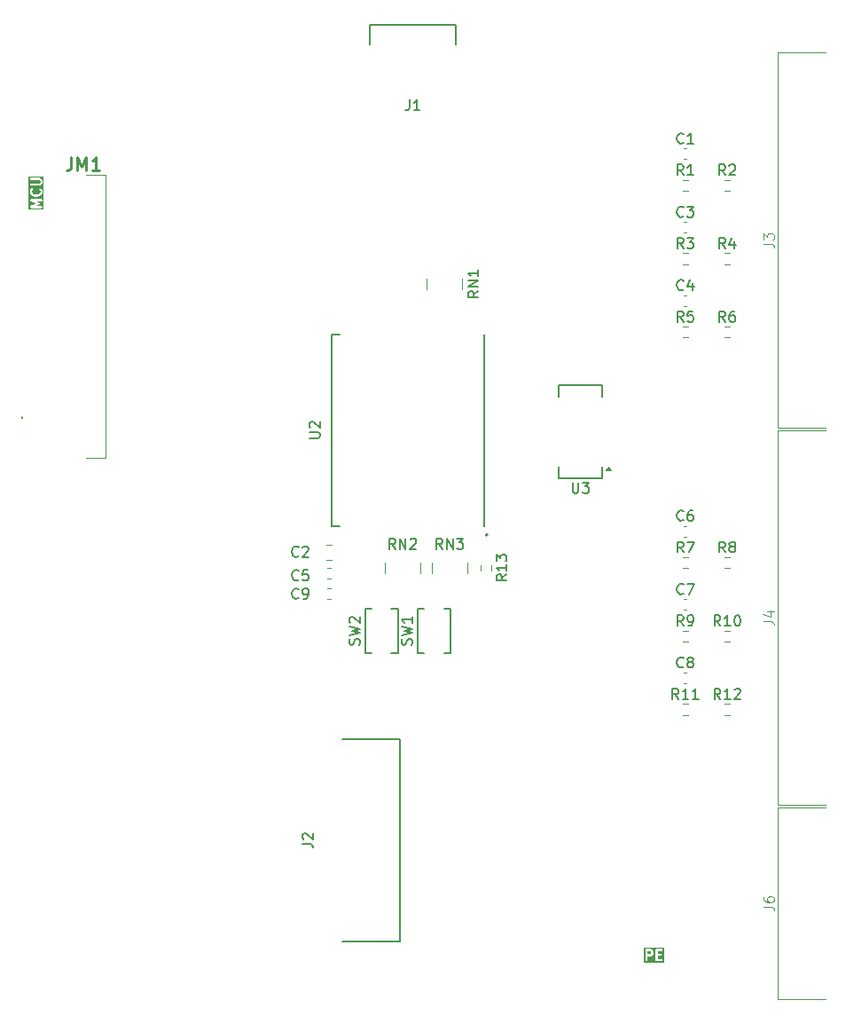
<source format=gbr>
%TF.GenerationSoftware,KiCad,Pcbnew,9.0.3*%
%TF.CreationDate,2025-08-16T08:56:31+03:00*%
%TF.ProjectId,PMCNV-Count6,504d434e-562d-4436-9f75-6e74362e6b69,rev?*%
%TF.SameCoordinates,PX3dfd240PY5f5e100*%
%TF.FileFunction,Legend,Top*%
%TF.FilePolarity,Positive*%
%FSLAX46Y46*%
G04 Gerber Fmt 4.6, Leading zero omitted, Abs format (unit mm)*
G04 Created by KiCad (PCBNEW 9.0.3) date 2025-08-16 08:56:31*
%MOMM*%
%LPD*%
G01*
G04 APERTURE LIST*
%ADD10C,0.200000*%
%ADD11C,0.100000*%
%ADD12C,0.150000*%
%ADD13C,0.254000*%
%ADD14C,0.120000*%
%ADD15C,0.152400*%
%ADD16C,0.203200*%
G04 APERTURE END LIST*
D10*
G36*
X-36251670Y30204931D02*
G01*
X-37673892Y30204931D01*
X-37673892Y31067525D01*
X-37561622Y31067525D01*
X-37560860Y31065430D01*
X-37560860Y31063199D01*
X-37554216Y31047158D01*
X-37548287Y31030856D01*
X-37546782Y31029213D01*
X-37545928Y31027151D01*
X-37533655Y31014878D01*
X-37521936Y31002081D01*
X-37519292Y31000515D01*
X-37518338Y30999561D01*
X-37516157Y30998658D01*
X-37505070Y30992090D01*
X-36984966Y30749375D01*
X-37505070Y30506660D01*
X-37516157Y30500093D01*
X-37518338Y30499189D01*
X-37519292Y30498236D01*
X-37521936Y30496669D01*
X-37533655Y30483873D01*
X-37545928Y30471599D01*
X-37546782Y30469538D01*
X-37548287Y30467894D01*
X-37554216Y30451593D01*
X-37560860Y30435551D01*
X-37560860Y30433321D01*
X-37561622Y30431225D01*
X-37560860Y30413886D01*
X-37560860Y30396533D01*
X-37560007Y30394474D01*
X-37559909Y30392245D01*
X-37552568Y30376515D01*
X-37545928Y30360485D01*
X-37544352Y30358909D01*
X-37543408Y30356887D01*
X-37530612Y30345169D01*
X-37518338Y30332895D01*
X-37516277Y30332042D01*
X-37514633Y30330536D01*
X-37498332Y30324608D01*
X-37482290Y30317963D01*
X-37479232Y30317662D01*
X-37477964Y30317201D01*
X-37475605Y30317305D01*
X-37462781Y30316042D01*
X-36462781Y30316042D01*
X-36443272Y30317963D01*
X-36407224Y30332895D01*
X-36379634Y30360485D01*
X-36364702Y30396533D01*
X-36364702Y30435551D01*
X-36379634Y30471599D01*
X-36407224Y30499189D01*
X-36443272Y30514121D01*
X-36462781Y30516042D01*
X-37012025Y30516042D01*
X-36706207Y30658757D01*
X-36699066Y30662988D01*
X-36696644Y30663868D01*
X-36694932Y30665437D01*
X-36689341Y30668748D01*
X-36679081Y30679953D01*
X-36667868Y30690220D01*
X-36665989Y30694248D01*
X-36662989Y30697523D01*
X-36657798Y30711799D01*
X-36651368Y30725577D01*
X-36651173Y30730018D01*
X-36649655Y30734192D01*
X-36650323Y30749375D01*
X-36649655Y30764558D01*
X-36651173Y30768733D01*
X-36651368Y30773173D01*
X-36657798Y30786952D01*
X-36662989Y30801227D01*
X-36665989Y30804503D01*
X-36667868Y30808530D01*
X-36679081Y30818798D01*
X-36689341Y30830002D01*
X-36694932Y30833314D01*
X-36696644Y30834882D01*
X-36699066Y30835763D01*
X-36706207Y30839993D01*
X-37012025Y30982708D01*
X-36462781Y30982708D01*
X-36443272Y30984629D01*
X-36407224Y30999561D01*
X-36379634Y31027151D01*
X-36364702Y31063199D01*
X-36364702Y31102217D01*
X-36379634Y31138265D01*
X-36407224Y31165855D01*
X-36443272Y31180787D01*
X-36462781Y31182708D01*
X-37462781Y31182708D01*
X-37475605Y31181446D01*
X-37477964Y31181549D01*
X-37479232Y31181089D01*
X-37482290Y31180787D01*
X-37498332Y31174143D01*
X-37514633Y31168214D01*
X-37516277Y31166709D01*
X-37518338Y31165855D01*
X-37530612Y31153582D01*
X-37543408Y31141863D01*
X-37544352Y31139842D01*
X-37545928Y31138265D01*
X-37552568Y31122236D01*
X-37559909Y31106505D01*
X-37560007Y31104277D01*
X-37560860Y31102217D01*
X-37560860Y31084865D01*
X-37561622Y31067525D01*
X-37673892Y31067525D01*
X-37673892Y31939851D01*
X-37562781Y31939851D01*
X-37562781Y31844613D01*
X-37561809Y31834740D01*
X-37561996Y31832106D01*
X-37561209Y31828643D01*
X-37560860Y31825104D01*
X-37559849Y31822662D01*
X-37557649Y31812990D01*
X-37510030Y31670134D01*
X-37502039Y31652233D01*
X-37499684Y31649518D01*
X-37498309Y31646199D01*
X-37485873Y31631045D01*
X-37390635Y31535807D01*
X-37382969Y31529516D01*
X-37381236Y31527518D01*
X-37378225Y31525623D01*
X-37375481Y31523371D01*
X-37373044Y31522362D01*
X-37364645Y31517075D01*
X-37269408Y31469456D01*
X-37267980Y31468910D01*
X-37267400Y31468480D01*
X-37259224Y31465559D01*
X-37251099Y31462450D01*
X-37250379Y31462399D01*
X-37248940Y31461885D01*
X-37058464Y31414266D01*
X-37055083Y31413766D01*
X-37053719Y31413201D01*
X-37046369Y31412478D01*
X-37039071Y31411398D01*
X-37037613Y31411616D01*
X-37034210Y31411280D01*
X-36891353Y31411280D01*
X-36887951Y31411616D01*
X-36886492Y31411398D01*
X-36879195Y31412478D01*
X-36871844Y31413201D01*
X-36870481Y31413766D01*
X-36867099Y31414266D01*
X-36676624Y31461885D01*
X-36675187Y31462399D01*
X-36674464Y31462450D01*
X-36666340Y31465559D01*
X-36658163Y31468480D01*
X-36657583Y31468911D01*
X-36656156Y31469456D01*
X-36560918Y31517075D01*
X-36552526Y31522358D01*
X-36550082Y31523370D01*
X-36547333Y31525627D01*
X-36544328Y31527518D01*
X-36542599Y31529513D01*
X-36534929Y31535807D01*
X-36439689Y31631045D01*
X-36427253Y31646198D01*
X-36425878Y31649518D01*
X-36423523Y31652233D01*
X-36415532Y31670133D01*
X-36367913Y31812990D01*
X-36365714Y31822663D01*
X-36364702Y31825104D01*
X-36364354Y31828642D01*
X-36363566Y31832105D01*
X-36363754Y31834740D01*
X-36362781Y31844613D01*
X-36362781Y31939851D01*
X-36363754Y31949725D01*
X-36363566Y31952359D01*
X-36364354Y31955823D01*
X-36364702Y31959360D01*
X-36365714Y31961802D01*
X-36367913Y31971474D01*
X-36415532Y32114331D01*
X-36423523Y32132231D01*
X-36425878Y32134947D01*
X-36427253Y32138266D01*
X-36439690Y32153420D01*
X-36487310Y32201038D01*
X-36502463Y32213475D01*
X-36538512Y32228406D01*
X-36577530Y32228405D01*
X-36613578Y32213474D01*
X-36641168Y32185884D01*
X-36656099Y32149835D01*
X-36656098Y32110817D01*
X-36641167Y32074769D01*
X-36628730Y32059616D01*
X-36597803Y32028690D01*
X-36562781Y31923625D01*
X-36562781Y31860840D01*
X-36597803Y31755775D01*
X-36664873Y31688705D01*
X-36735782Y31653251D01*
X-36903663Y31611280D01*
X-37021901Y31611280D01*
X-37189782Y31653251D01*
X-37260687Y31688703D01*
X-37327760Y31755776D01*
X-37362781Y31860840D01*
X-37362781Y31923624D01*
X-37327760Y32028690D01*
X-37296833Y32059616D01*
X-37284396Y32074769D01*
X-37269465Y32110818D01*
X-37269465Y32149836D01*
X-37284396Y32185884D01*
X-37311986Y32213474D01*
X-37348034Y32228405D01*
X-37387052Y32228405D01*
X-37423101Y32213474D01*
X-37438254Y32201037D01*
X-37485873Y32153419D01*
X-37498309Y32138265D01*
X-37499684Y32134947D01*
X-37502039Y32132231D01*
X-37510030Y32114330D01*
X-37557649Y31971474D01*
X-37559849Y31961803D01*
X-37560860Y31959360D01*
X-37561209Y31955822D01*
X-37561996Y31952358D01*
X-37561809Y31949725D01*
X-37562781Y31939851D01*
X-37673892Y31939851D01*
X-37673892Y33149836D01*
X-37560860Y33149836D01*
X-37560860Y33110818D01*
X-37545928Y33074770D01*
X-37518338Y33047180D01*
X-37482290Y33032248D01*
X-37462781Y33030327D01*
X-36676865Y33030327D01*
X-36617254Y33000521D01*
X-36592586Y32975854D01*
X-36562781Y32916244D01*
X-36562781Y32772982D01*
X-36592586Y32713373D01*
X-36617254Y32688706D01*
X-36676865Y32658899D01*
X-37462781Y32658899D01*
X-37482290Y32656978D01*
X-37518338Y32642046D01*
X-37545928Y32614456D01*
X-37560860Y32578408D01*
X-37560860Y32539390D01*
X-37545928Y32503342D01*
X-37518338Y32475752D01*
X-37482290Y32460820D01*
X-37462781Y32458899D01*
X-36653258Y32458899D01*
X-36633749Y32460820D01*
X-36630429Y32462196D01*
X-36626845Y32462450D01*
X-36608537Y32469456D01*
X-36513299Y32517075D01*
X-36504907Y32522359D01*
X-36502463Y32523370D01*
X-36499714Y32525627D01*
X-36496709Y32527518D01*
X-36494980Y32529513D01*
X-36487310Y32535807D01*
X-36439690Y32583425D01*
X-36433397Y32591094D01*
X-36431400Y32592825D01*
X-36429507Y32595834D01*
X-36427253Y32598579D01*
X-36426243Y32601020D01*
X-36420957Y32609416D01*
X-36373338Y32704653D01*
X-36366332Y32722962D01*
X-36366078Y32726546D01*
X-36364702Y32729866D01*
X-36362781Y32749375D01*
X-36362781Y32939851D01*
X-36364702Y32959360D01*
X-36366078Y32962681D01*
X-36366332Y32966264D01*
X-36373338Y32984573D01*
X-36420957Y33079810D01*
X-36426243Y33088207D01*
X-36427253Y33090647D01*
X-36429507Y33093393D01*
X-36431400Y33096401D01*
X-36433397Y33098133D01*
X-36439690Y33105801D01*
X-36487310Y33153419D01*
X-36494980Y33159714D01*
X-36496709Y33161708D01*
X-36499714Y33163600D01*
X-36502463Y33165856D01*
X-36504907Y33166868D01*
X-36513299Y33172151D01*
X-36608537Y33219770D01*
X-36626845Y33226776D01*
X-36630429Y33227031D01*
X-36633749Y33228406D01*
X-36653258Y33230327D01*
X-37462781Y33230327D01*
X-37482290Y33228406D01*
X-37518338Y33213474D01*
X-37545928Y33185884D01*
X-37560860Y33149836D01*
X-37673892Y33149836D01*
X-37673892Y33341438D01*
X-36251670Y33341438D01*
X-36251670Y30204931D01*
G37*
G36*
X21702668Y-40582024D02*
G01*
X21727337Y-40606692D01*
X21757142Y-40666302D01*
X21757142Y-40761945D01*
X21727337Y-40821554D01*
X21702668Y-40846222D01*
X21643059Y-40876028D01*
X21385714Y-40876028D01*
X21385714Y-40552219D01*
X21643059Y-40552219D01*
X21702668Y-40582024D01*
G37*
G36*
X22971094Y-41663330D02*
G01*
X21074603Y-41663330D01*
X21074603Y-40452219D01*
X21185714Y-40452219D01*
X21185714Y-41452219D01*
X21187635Y-41471728D01*
X21202567Y-41507776D01*
X21230157Y-41535366D01*
X21266205Y-41550298D01*
X21305223Y-41550298D01*
X21341271Y-41535366D01*
X21368861Y-41507776D01*
X21383793Y-41471728D01*
X21385714Y-41452219D01*
X21385714Y-41076028D01*
X21666666Y-41076028D01*
X21686175Y-41074107D01*
X21689495Y-41072731D01*
X21693079Y-41072477D01*
X21711387Y-41065471D01*
X21806625Y-41017852D01*
X21815021Y-41012566D01*
X21817461Y-41011556D01*
X21820207Y-41009302D01*
X21823215Y-41007409D01*
X21824944Y-41005414D01*
X21832615Y-40999120D01*
X21880233Y-40951501D01*
X21886525Y-40943834D01*
X21888523Y-40942102D01*
X21890416Y-40939093D01*
X21892670Y-40936348D01*
X21893680Y-40933907D01*
X21898966Y-40925511D01*
X21946585Y-40830274D01*
X21953591Y-40811965D01*
X21953845Y-40808381D01*
X21955221Y-40805061D01*
X21957142Y-40785552D01*
X21957142Y-40642695D01*
X21955221Y-40623186D01*
X21953845Y-40619865D01*
X21953591Y-40616282D01*
X21946585Y-40597973D01*
X21898966Y-40502736D01*
X21893680Y-40494339D01*
X21892670Y-40491899D01*
X21890416Y-40489153D01*
X21888523Y-40486145D01*
X21886525Y-40484412D01*
X21880233Y-40476746D01*
X21855707Y-40452219D01*
X22185714Y-40452219D01*
X22185714Y-41452219D01*
X22187635Y-41471728D01*
X22202567Y-41507776D01*
X22230157Y-41535366D01*
X22266205Y-41550298D01*
X22285714Y-41552219D01*
X22761904Y-41552219D01*
X22781413Y-41550298D01*
X22817461Y-41535366D01*
X22845051Y-41507776D01*
X22859983Y-41471728D01*
X22859983Y-41432710D01*
X22845051Y-41396662D01*
X22817461Y-41369072D01*
X22781413Y-41354140D01*
X22761904Y-41352219D01*
X22385714Y-41352219D01*
X22385714Y-41028409D01*
X22619047Y-41028409D01*
X22638556Y-41026488D01*
X22674604Y-41011556D01*
X22702194Y-40983966D01*
X22717126Y-40947918D01*
X22717126Y-40908900D01*
X22702194Y-40872852D01*
X22674604Y-40845262D01*
X22638556Y-40830330D01*
X22619047Y-40828409D01*
X22385714Y-40828409D01*
X22385714Y-40552219D01*
X22761904Y-40552219D01*
X22781413Y-40550298D01*
X22817461Y-40535366D01*
X22845051Y-40507776D01*
X22859983Y-40471728D01*
X22859983Y-40432710D01*
X22845051Y-40396662D01*
X22817461Y-40369072D01*
X22781413Y-40354140D01*
X22761904Y-40352219D01*
X22285714Y-40352219D01*
X22266205Y-40354140D01*
X22230157Y-40369072D01*
X22202567Y-40396662D01*
X22187635Y-40432710D01*
X22185714Y-40452219D01*
X21855707Y-40452219D01*
X21832615Y-40429127D01*
X21824944Y-40422832D01*
X21823215Y-40420838D01*
X21820207Y-40418944D01*
X21817461Y-40416691D01*
X21815021Y-40415680D01*
X21806625Y-40410395D01*
X21711387Y-40362776D01*
X21693079Y-40355770D01*
X21689495Y-40355515D01*
X21686175Y-40354140D01*
X21666666Y-40352219D01*
X21285714Y-40352219D01*
X21266205Y-40354140D01*
X21230157Y-40369072D01*
X21202567Y-40396662D01*
X21187635Y-40432710D01*
X21185714Y-40452219D01*
X21074603Y-40452219D01*
X21074603Y-40241108D01*
X22971094Y-40241108D01*
X22971094Y-41663330D01*
G37*
D11*
X32457419Y-36333333D02*
X33171704Y-36333333D01*
X33171704Y-36333333D02*
X33314561Y-36380952D01*
X33314561Y-36380952D02*
X33409800Y-36476190D01*
X33409800Y-36476190D02*
X33457419Y-36619047D01*
X33457419Y-36619047D02*
X33457419Y-36714285D01*
X32457419Y-35428571D02*
X32457419Y-35619047D01*
X32457419Y-35619047D02*
X32505038Y-35714285D01*
X32505038Y-35714285D02*
X32552657Y-35761904D01*
X32552657Y-35761904D02*
X32695514Y-35857142D01*
X32695514Y-35857142D02*
X32885990Y-35904761D01*
X32885990Y-35904761D02*
X33266942Y-35904761D01*
X33266942Y-35904761D02*
X33362180Y-35857142D01*
X33362180Y-35857142D02*
X33409800Y-35809523D01*
X33409800Y-35809523D02*
X33457419Y-35714285D01*
X33457419Y-35714285D02*
X33457419Y-35523809D01*
X33457419Y-35523809D02*
X33409800Y-35428571D01*
X33409800Y-35428571D02*
X33362180Y-35380952D01*
X33362180Y-35380952D02*
X33266942Y-35333333D01*
X33266942Y-35333333D02*
X33028847Y-35333333D01*
X33028847Y-35333333D02*
X32933609Y-35380952D01*
X32933609Y-35380952D02*
X32885990Y-35428571D01*
X32885990Y-35428571D02*
X32838371Y-35523809D01*
X32838371Y-35523809D02*
X32838371Y-35714285D01*
X32838371Y-35714285D02*
X32885990Y-35809523D01*
X32885990Y-35809523D02*
X32933609Y-35857142D01*
X32933609Y-35857142D02*
X33028847Y-35904761D01*
D12*
X5254819Y22409524D02*
X4778628Y22076191D01*
X5254819Y21838096D02*
X4254819Y21838096D01*
X4254819Y21838096D02*
X4254819Y22219048D01*
X4254819Y22219048D02*
X4302438Y22314286D01*
X4302438Y22314286D02*
X4350057Y22361905D01*
X4350057Y22361905D02*
X4445295Y22409524D01*
X4445295Y22409524D02*
X4588152Y22409524D01*
X4588152Y22409524D02*
X4683390Y22361905D01*
X4683390Y22361905D02*
X4731009Y22314286D01*
X4731009Y22314286D02*
X4778628Y22219048D01*
X4778628Y22219048D02*
X4778628Y21838096D01*
X5254819Y22838096D02*
X4254819Y22838096D01*
X4254819Y22838096D02*
X5254819Y23409524D01*
X5254819Y23409524D02*
X4254819Y23409524D01*
X5254819Y24409524D02*
X5254819Y23838096D01*
X5254819Y24123810D02*
X4254819Y24123810D01*
X4254819Y24123810D02*
X4397676Y24028572D01*
X4397676Y24028572D02*
X4492914Y23933334D01*
X4492914Y23933334D02*
X4540533Y23838096D01*
X24357142Y-16524819D02*
X24023809Y-16048628D01*
X23785714Y-16524819D02*
X23785714Y-15524819D01*
X23785714Y-15524819D02*
X24166666Y-15524819D01*
X24166666Y-15524819D02*
X24261904Y-15572438D01*
X24261904Y-15572438D02*
X24309523Y-15620057D01*
X24309523Y-15620057D02*
X24357142Y-15715295D01*
X24357142Y-15715295D02*
X24357142Y-15858152D01*
X24357142Y-15858152D02*
X24309523Y-15953390D01*
X24309523Y-15953390D02*
X24261904Y-16001009D01*
X24261904Y-16001009D02*
X24166666Y-16048628D01*
X24166666Y-16048628D02*
X23785714Y-16048628D01*
X25309523Y-16524819D02*
X24738095Y-16524819D01*
X25023809Y-16524819D02*
X25023809Y-15524819D01*
X25023809Y-15524819D02*
X24928571Y-15667676D01*
X24928571Y-15667676D02*
X24833333Y-15762914D01*
X24833333Y-15762914D02*
X24738095Y-15810533D01*
X26261904Y-16524819D02*
X25690476Y-16524819D01*
X25976190Y-16524819D02*
X25976190Y-15524819D01*
X25976190Y-15524819D02*
X25880952Y-15667676D01*
X25880952Y-15667676D02*
X25785714Y-15762914D01*
X25785714Y-15762914D02*
X25690476Y-15810533D01*
X7954819Y-4642857D02*
X7478628Y-4976190D01*
X7954819Y-5214285D02*
X6954819Y-5214285D01*
X6954819Y-5214285D02*
X6954819Y-4833333D01*
X6954819Y-4833333D02*
X7002438Y-4738095D01*
X7002438Y-4738095D02*
X7050057Y-4690476D01*
X7050057Y-4690476D02*
X7145295Y-4642857D01*
X7145295Y-4642857D02*
X7288152Y-4642857D01*
X7288152Y-4642857D02*
X7383390Y-4690476D01*
X7383390Y-4690476D02*
X7431009Y-4738095D01*
X7431009Y-4738095D02*
X7478628Y-4833333D01*
X7478628Y-4833333D02*
X7478628Y-5214285D01*
X7954819Y-3690476D02*
X7954819Y-4261904D01*
X7954819Y-3976190D02*
X6954819Y-3976190D01*
X6954819Y-3976190D02*
X7097676Y-4071428D01*
X7097676Y-4071428D02*
X7192914Y-4166666D01*
X7192914Y-4166666D02*
X7240533Y-4261904D01*
X6954819Y-3357142D02*
X6954819Y-2738095D01*
X6954819Y-2738095D02*
X7335771Y-3071428D01*
X7335771Y-3071428D02*
X7335771Y-2928571D01*
X7335771Y-2928571D02*
X7383390Y-2833333D01*
X7383390Y-2833333D02*
X7431009Y-2785714D01*
X7431009Y-2785714D02*
X7526247Y-2738095D01*
X7526247Y-2738095D02*
X7764342Y-2738095D01*
X7764342Y-2738095D02*
X7859580Y-2785714D01*
X7859580Y-2785714D02*
X7907200Y-2833333D01*
X7907200Y-2833333D02*
X7954819Y-2928571D01*
X7954819Y-2928571D02*
X7954819Y-3214285D01*
X7954819Y-3214285D02*
X7907200Y-3309523D01*
X7907200Y-3309523D02*
X7859580Y-3357142D01*
X-11916667Y-2859580D02*
X-11964286Y-2907200D01*
X-11964286Y-2907200D02*
X-12107143Y-2954819D01*
X-12107143Y-2954819D02*
X-12202381Y-2954819D01*
X-12202381Y-2954819D02*
X-12345238Y-2907200D01*
X-12345238Y-2907200D02*
X-12440476Y-2811961D01*
X-12440476Y-2811961D02*
X-12488095Y-2716723D01*
X-12488095Y-2716723D02*
X-12535714Y-2526247D01*
X-12535714Y-2526247D02*
X-12535714Y-2383390D01*
X-12535714Y-2383390D02*
X-12488095Y-2192914D01*
X-12488095Y-2192914D02*
X-12440476Y-2097676D01*
X-12440476Y-2097676D02*
X-12345238Y-2002438D01*
X-12345238Y-2002438D02*
X-12202381Y-1954819D01*
X-12202381Y-1954819D02*
X-12107143Y-1954819D01*
X-12107143Y-1954819D02*
X-11964286Y-2002438D01*
X-11964286Y-2002438D02*
X-11916667Y-2050057D01*
X-11535714Y-2050057D02*
X-11488095Y-2002438D01*
X-11488095Y-2002438D02*
X-11392857Y-1954819D01*
X-11392857Y-1954819D02*
X-11154762Y-1954819D01*
X-11154762Y-1954819D02*
X-11059524Y-2002438D01*
X-11059524Y-2002438D02*
X-11011905Y-2050057D01*
X-11011905Y-2050057D02*
X-10964286Y-2145295D01*
X-10964286Y-2145295D02*
X-10964286Y-2240533D01*
X-10964286Y-2240533D02*
X-11011905Y-2383390D01*
X-11011905Y-2383390D02*
X-11583333Y-2954819D01*
X-11583333Y-2954819D02*
X-10964286Y-2954819D01*
X-11916667Y-5109580D02*
X-11964286Y-5157200D01*
X-11964286Y-5157200D02*
X-12107143Y-5204819D01*
X-12107143Y-5204819D02*
X-12202381Y-5204819D01*
X-12202381Y-5204819D02*
X-12345238Y-5157200D01*
X-12345238Y-5157200D02*
X-12440476Y-5061961D01*
X-12440476Y-5061961D02*
X-12488095Y-4966723D01*
X-12488095Y-4966723D02*
X-12535714Y-4776247D01*
X-12535714Y-4776247D02*
X-12535714Y-4633390D01*
X-12535714Y-4633390D02*
X-12488095Y-4442914D01*
X-12488095Y-4442914D02*
X-12440476Y-4347676D01*
X-12440476Y-4347676D02*
X-12345238Y-4252438D01*
X-12345238Y-4252438D02*
X-12202381Y-4204819D01*
X-12202381Y-4204819D02*
X-12107143Y-4204819D01*
X-12107143Y-4204819D02*
X-11964286Y-4252438D01*
X-11964286Y-4252438D02*
X-11916667Y-4300057D01*
X-11011905Y-4204819D02*
X-11488095Y-4204819D01*
X-11488095Y-4204819D02*
X-11535714Y-4681009D01*
X-11535714Y-4681009D02*
X-11488095Y-4633390D01*
X-11488095Y-4633390D02*
X-11392857Y-4585771D01*
X-11392857Y-4585771D02*
X-11154762Y-4585771D01*
X-11154762Y-4585771D02*
X-11059524Y-4633390D01*
X-11059524Y-4633390D02*
X-11011905Y-4681009D01*
X-11011905Y-4681009D02*
X-10964286Y-4776247D01*
X-10964286Y-4776247D02*
X-10964286Y-5014342D01*
X-10964286Y-5014342D02*
X-11011905Y-5109580D01*
X-11011905Y-5109580D02*
X-11059524Y-5157200D01*
X-11059524Y-5157200D02*
X-11154762Y-5204819D01*
X-11154762Y-5204819D02*
X-11392857Y-5204819D01*
X-11392857Y-5204819D02*
X-11488095Y-5157200D01*
X-11488095Y-5157200D02*
X-11535714Y-5109580D01*
X-11545181Y-30333333D02*
X-10830896Y-30333333D01*
X-10830896Y-30333333D02*
X-10688039Y-30380952D01*
X-10688039Y-30380952D02*
X-10592800Y-30476190D01*
X-10592800Y-30476190D02*
X-10545181Y-30619047D01*
X-10545181Y-30619047D02*
X-10545181Y-30714285D01*
X-11449943Y-29904761D02*
X-11497562Y-29857142D01*
X-11497562Y-29857142D02*
X-11545181Y-29761904D01*
X-11545181Y-29761904D02*
X-11545181Y-29523809D01*
X-11545181Y-29523809D02*
X-11497562Y-29428571D01*
X-11497562Y-29428571D02*
X-11449943Y-29380952D01*
X-11449943Y-29380952D02*
X-11354705Y-29333333D01*
X-11354705Y-29333333D02*
X-11259467Y-29333333D01*
X-11259467Y-29333333D02*
X-11116610Y-29380952D01*
X-11116610Y-29380952D02*
X-10545181Y-29952380D01*
X-10545181Y-29952380D02*
X-10545181Y-29333333D01*
X24833333Y-9524819D02*
X24500000Y-9048628D01*
X24261905Y-9524819D02*
X24261905Y-8524819D01*
X24261905Y-8524819D02*
X24642857Y-8524819D01*
X24642857Y-8524819D02*
X24738095Y-8572438D01*
X24738095Y-8572438D02*
X24785714Y-8620057D01*
X24785714Y-8620057D02*
X24833333Y-8715295D01*
X24833333Y-8715295D02*
X24833333Y-8858152D01*
X24833333Y-8858152D02*
X24785714Y-8953390D01*
X24785714Y-8953390D02*
X24738095Y-9001009D01*
X24738095Y-9001009D02*
X24642857Y-9048628D01*
X24642857Y-9048628D02*
X24261905Y-9048628D01*
X25309524Y-9524819D02*
X25500000Y-9524819D01*
X25500000Y-9524819D02*
X25595238Y-9477200D01*
X25595238Y-9477200D02*
X25642857Y-9429580D01*
X25642857Y-9429580D02*
X25738095Y-9286723D01*
X25738095Y-9286723D02*
X25785714Y-9096247D01*
X25785714Y-9096247D02*
X25785714Y-8715295D01*
X25785714Y-8715295D02*
X25738095Y-8620057D01*
X25738095Y-8620057D02*
X25690476Y-8572438D01*
X25690476Y-8572438D02*
X25595238Y-8524819D01*
X25595238Y-8524819D02*
X25404762Y-8524819D01*
X25404762Y-8524819D02*
X25309524Y-8572438D01*
X25309524Y-8572438D02*
X25261905Y-8620057D01*
X25261905Y-8620057D02*
X25214286Y-8715295D01*
X25214286Y-8715295D02*
X25214286Y-8953390D01*
X25214286Y-8953390D02*
X25261905Y-9048628D01*
X25261905Y-9048628D02*
X25309524Y-9096247D01*
X25309524Y-9096247D02*
X25404762Y-9143866D01*
X25404762Y-9143866D02*
X25595238Y-9143866D01*
X25595238Y-9143866D02*
X25690476Y-9096247D01*
X25690476Y-9096247D02*
X25738095Y-9048628D01*
X25738095Y-9048628D02*
X25785714Y-8953390D01*
X-1132800Y-11333332D02*
X-1085181Y-11190475D01*
X-1085181Y-11190475D02*
X-1085181Y-10952380D01*
X-1085181Y-10952380D02*
X-1132800Y-10857142D01*
X-1132800Y-10857142D02*
X-1180420Y-10809523D01*
X-1180420Y-10809523D02*
X-1275658Y-10761904D01*
X-1275658Y-10761904D02*
X-1370896Y-10761904D01*
X-1370896Y-10761904D02*
X-1466134Y-10809523D01*
X-1466134Y-10809523D02*
X-1513753Y-10857142D01*
X-1513753Y-10857142D02*
X-1561372Y-10952380D01*
X-1561372Y-10952380D02*
X-1608991Y-11142856D01*
X-1608991Y-11142856D02*
X-1656610Y-11238094D01*
X-1656610Y-11238094D02*
X-1704229Y-11285713D01*
X-1704229Y-11285713D02*
X-1799467Y-11333332D01*
X-1799467Y-11333332D02*
X-1894705Y-11333332D01*
X-1894705Y-11333332D02*
X-1989943Y-11285713D01*
X-1989943Y-11285713D02*
X-2037562Y-11238094D01*
X-2037562Y-11238094D02*
X-2085181Y-11142856D01*
X-2085181Y-11142856D02*
X-2085181Y-10904761D01*
X-2085181Y-10904761D02*
X-2037562Y-10761904D01*
X-2085181Y-10428570D02*
X-1085181Y-10190475D01*
X-1085181Y-10190475D02*
X-1799467Y-9999999D01*
X-1799467Y-9999999D02*
X-1085181Y-9809523D01*
X-1085181Y-9809523D02*
X-2085181Y-9571428D01*
X-1085181Y-8666666D02*
X-1085181Y-9238094D01*
X-1085181Y-8952380D02*
X-2085181Y-8952380D01*
X-2085181Y-8952380D02*
X-1942324Y-9047618D01*
X-1942324Y-9047618D02*
X-1847086Y-9142856D01*
X-1847086Y-9142856D02*
X-1799467Y-9238094D01*
X1809523Y-2204819D02*
X1476190Y-1728628D01*
X1238095Y-2204819D02*
X1238095Y-1204819D01*
X1238095Y-1204819D02*
X1619047Y-1204819D01*
X1619047Y-1204819D02*
X1714285Y-1252438D01*
X1714285Y-1252438D02*
X1761904Y-1300057D01*
X1761904Y-1300057D02*
X1809523Y-1395295D01*
X1809523Y-1395295D02*
X1809523Y-1538152D01*
X1809523Y-1538152D02*
X1761904Y-1633390D01*
X1761904Y-1633390D02*
X1714285Y-1681009D01*
X1714285Y-1681009D02*
X1619047Y-1728628D01*
X1619047Y-1728628D02*
X1238095Y-1728628D01*
X2238095Y-2204819D02*
X2238095Y-1204819D01*
X2238095Y-1204819D02*
X2809523Y-2204819D01*
X2809523Y-2204819D02*
X2809523Y-1204819D01*
X3190476Y-1204819D02*
X3809523Y-1204819D01*
X3809523Y-1204819D02*
X3476190Y-1585771D01*
X3476190Y-1585771D02*
X3619047Y-1585771D01*
X3619047Y-1585771D02*
X3714285Y-1633390D01*
X3714285Y-1633390D02*
X3761904Y-1681009D01*
X3761904Y-1681009D02*
X3809523Y-1776247D01*
X3809523Y-1776247D02*
X3809523Y-2014342D01*
X3809523Y-2014342D02*
X3761904Y-2109580D01*
X3761904Y-2109580D02*
X3714285Y-2157200D01*
X3714285Y-2157200D02*
X3619047Y-2204819D01*
X3619047Y-2204819D02*
X3333333Y-2204819D01*
X3333333Y-2204819D02*
X3238095Y-2157200D01*
X3238095Y-2157200D02*
X3190476Y-2109580D01*
X28833333Y33475181D02*
X28500000Y33951372D01*
X28261905Y33475181D02*
X28261905Y34475181D01*
X28261905Y34475181D02*
X28642857Y34475181D01*
X28642857Y34475181D02*
X28738095Y34427562D01*
X28738095Y34427562D02*
X28785714Y34379943D01*
X28785714Y34379943D02*
X28833333Y34284705D01*
X28833333Y34284705D02*
X28833333Y34141848D01*
X28833333Y34141848D02*
X28785714Y34046610D01*
X28785714Y34046610D02*
X28738095Y33998991D01*
X28738095Y33998991D02*
X28642857Y33951372D01*
X28642857Y33951372D02*
X28261905Y33951372D01*
X29214286Y34379943D02*
X29261905Y34427562D01*
X29261905Y34427562D02*
X29357143Y34475181D01*
X29357143Y34475181D02*
X29595238Y34475181D01*
X29595238Y34475181D02*
X29690476Y34427562D01*
X29690476Y34427562D02*
X29738095Y34379943D01*
X29738095Y34379943D02*
X29785714Y34284705D01*
X29785714Y34284705D02*
X29785714Y34189467D01*
X29785714Y34189467D02*
X29738095Y34046610D01*
X29738095Y34046610D02*
X29166667Y33475181D01*
X29166667Y33475181D02*
X29785714Y33475181D01*
X24833333Y33475181D02*
X24500000Y33951372D01*
X24261905Y33475181D02*
X24261905Y34475181D01*
X24261905Y34475181D02*
X24642857Y34475181D01*
X24642857Y34475181D02*
X24738095Y34427562D01*
X24738095Y34427562D02*
X24785714Y34379943D01*
X24785714Y34379943D02*
X24833333Y34284705D01*
X24833333Y34284705D02*
X24833333Y34141848D01*
X24833333Y34141848D02*
X24785714Y34046610D01*
X24785714Y34046610D02*
X24738095Y33998991D01*
X24738095Y33998991D02*
X24642857Y33951372D01*
X24642857Y33951372D02*
X24261905Y33951372D01*
X25785714Y33475181D02*
X25214286Y33475181D01*
X25500000Y33475181D02*
X25500000Y34475181D01*
X25500000Y34475181D02*
X25404762Y34332324D01*
X25404762Y34332324D02*
X25309524Y34237086D01*
X25309524Y34237086D02*
X25214286Y34189467D01*
X-6132800Y-11333332D02*
X-6085181Y-11190475D01*
X-6085181Y-11190475D02*
X-6085181Y-10952380D01*
X-6085181Y-10952380D02*
X-6132800Y-10857142D01*
X-6132800Y-10857142D02*
X-6180420Y-10809523D01*
X-6180420Y-10809523D02*
X-6275658Y-10761904D01*
X-6275658Y-10761904D02*
X-6370896Y-10761904D01*
X-6370896Y-10761904D02*
X-6466134Y-10809523D01*
X-6466134Y-10809523D02*
X-6513753Y-10857142D01*
X-6513753Y-10857142D02*
X-6561372Y-10952380D01*
X-6561372Y-10952380D02*
X-6608991Y-11142856D01*
X-6608991Y-11142856D02*
X-6656610Y-11238094D01*
X-6656610Y-11238094D02*
X-6704229Y-11285713D01*
X-6704229Y-11285713D02*
X-6799467Y-11333332D01*
X-6799467Y-11333332D02*
X-6894705Y-11333332D01*
X-6894705Y-11333332D02*
X-6989943Y-11285713D01*
X-6989943Y-11285713D02*
X-7037562Y-11238094D01*
X-7037562Y-11238094D02*
X-7085181Y-11142856D01*
X-7085181Y-11142856D02*
X-7085181Y-10904761D01*
X-7085181Y-10904761D02*
X-7037562Y-10761904D01*
X-7085181Y-10428570D02*
X-6085181Y-10190475D01*
X-6085181Y-10190475D02*
X-6799467Y-9999999D01*
X-6799467Y-9999999D02*
X-6085181Y-9809523D01*
X-6085181Y-9809523D02*
X-7085181Y-9571428D01*
X-6989943Y-9238094D02*
X-7037562Y-9190475D01*
X-7037562Y-9190475D02*
X-7085181Y-9095237D01*
X-7085181Y-9095237D02*
X-7085181Y-8857142D01*
X-7085181Y-8857142D02*
X-7037562Y-8761904D01*
X-7037562Y-8761904D02*
X-6989943Y-8714285D01*
X-6989943Y-8714285D02*
X-6894705Y-8666666D01*
X-6894705Y-8666666D02*
X-6799467Y-8666666D01*
X-6799467Y-8666666D02*
X-6656610Y-8714285D01*
X-6656610Y-8714285D02*
X-6085181Y-9285713D01*
X-6085181Y-9285713D02*
X-6085181Y-8666666D01*
X24833333Y19475181D02*
X24500000Y19951372D01*
X24261905Y19475181D02*
X24261905Y20475181D01*
X24261905Y20475181D02*
X24642857Y20475181D01*
X24642857Y20475181D02*
X24738095Y20427562D01*
X24738095Y20427562D02*
X24785714Y20379943D01*
X24785714Y20379943D02*
X24833333Y20284705D01*
X24833333Y20284705D02*
X24833333Y20141848D01*
X24833333Y20141848D02*
X24785714Y20046610D01*
X24785714Y20046610D02*
X24738095Y19998991D01*
X24738095Y19998991D02*
X24642857Y19951372D01*
X24642857Y19951372D02*
X24261905Y19951372D01*
X25738095Y20475181D02*
X25261905Y20475181D01*
X25261905Y20475181D02*
X25214286Y19998991D01*
X25214286Y19998991D02*
X25261905Y20046610D01*
X25261905Y20046610D02*
X25357143Y20094229D01*
X25357143Y20094229D02*
X25595238Y20094229D01*
X25595238Y20094229D02*
X25690476Y20046610D01*
X25690476Y20046610D02*
X25738095Y19998991D01*
X25738095Y19998991D02*
X25785714Y19903753D01*
X25785714Y19903753D02*
X25785714Y19665658D01*
X25785714Y19665658D02*
X25738095Y19570420D01*
X25738095Y19570420D02*
X25690476Y19522800D01*
X25690476Y19522800D02*
X25595238Y19475181D01*
X25595238Y19475181D02*
X25357143Y19475181D01*
X25357143Y19475181D02*
X25261905Y19522800D01*
X25261905Y19522800D02*
X25214286Y19570420D01*
X-11916667Y-6859580D02*
X-11964286Y-6907200D01*
X-11964286Y-6907200D02*
X-12107143Y-6954819D01*
X-12107143Y-6954819D02*
X-12202381Y-6954819D01*
X-12202381Y-6954819D02*
X-12345238Y-6907200D01*
X-12345238Y-6907200D02*
X-12440476Y-6811961D01*
X-12440476Y-6811961D02*
X-12488095Y-6716723D01*
X-12488095Y-6716723D02*
X-12535714Y-6526247D01*
X-12535714Y-6526247D02*
X-12535714Y-6383390D01*
X-12535714Y-6383390D02*
X-12488095Y-6192914D01*
X-12488095Y-6192914D02*
X-12440476Y-6097676D01*
X-12440476Y-6097676D02*
X-12345238Y-6002438D01*
X-12345238Y-6002438D02*
X-12202381Y-5954819D01*
X-12202381Y-5954819D02*
X-12107143Y-5954819D01*
X-12107143Y-5954819D02*
X-11964286Y-6002438D01*
X-11964286Y-6002438D02*
X-11916667Y-6050057D01*
X-11440476Y-6954819D02*
X-11250000Y-6954819D01*
X-11250000Y-6954819D02*
X-11154762Y-6907200D01*
X-11154762Y-6907200D02*
X-11107143Y-6859580D01*
X-11107143Y-6859580D02*
X-11011905Y-6716723D01*
X-11011905Y-6716723D02*
X-10964286Y-6526247D01*
X-10964286Y-6526247D02*
X-10964286Y-6145295D01*
X-10964286Y-6145295D02*
X-11011905Y-6050057D01*
X-11011905Y-6050057D02*
X-11059524Y-6002438D01*
X-11059524Y-6002438D02*
X-11154762Y-5954819D01*
X-11154762Y-5954819D02*
X-11345238Y-5954819D01*
X-11345238Y-5954819D02*
X-11440476Y-6002438D01*
X-11440476Y-6002438D02*
X-11488095Y-6050057D01*
X-11488095Y-6050057D02*
X-11535714Y-6145295D01*
X-11535714Y-6145295D02*
X-11535714Y-6383390D01*
X-11535714Y-6383390D02*
X-11488095Y-6478628D01*
X-11488095Y-6478628D02*
X-11440476Y-6526247D01*
X-11440476Y-6526247D02*
X-11345238Y-6573866D01*
X-11345238Y-6573866D02*
X-11154762Y-6573866D01*
X-11154762Y-6573866D02*
X-11059524Y-6526247D01*
X-11059524Y-6526247D02*
X-11011905Y-6478628D01*
X-11011905Y-6478628D02*
X-10964286Y-6383390D01*
X24833333Y29570420D02*
X24785714Y29522800D01*
X24785714Y29522800D02*
X24642857Y29475181D01*
X24642857Y29475181D02*
X24547619Y29475181D01*
X24547619Y29475181D02*
X24404762Y29522800D01*
X24404762Y29522800D02*
X24309524Y29618039D01*
X24309524Y29618039D02*
X24261905Y29713277D01*
X24261905Y29713277D02*
X24214286Y29903753D01*
X24214286Y29903753D02*
X24214286Y30046610D01*
X24214286Y30046610D02*
X24261905Y30237086D01*
X24261905Y30237086D02*
X24309524Y30332324D01*
X24309524Y30332324D02*
X24404762Y30427562D01*
X24404762Y30427562D02*
X24547619Y30475181D01*
X24547619Y30475181D02*
X24642857Y30475181D01*
X24642857Y30475181D02*
X24785714Y30427562D01*
X24785714Y30427562D02*
X24833333Y30379943D01*
X25166667Y30475181D02*
X25785714Y30475181D01*
X25785714Y30475181D02*
X25452381Y30094229D01*
X25452381Y30094229D02*
X25595238Y30094229D01*
X25595238Y30094229D02*
X25690476Y30046610D01*
X25690476Y30046610D02*
X25738095Y29998991D01*
X25738095Y29998991D02*
X25785714Y29903753D01*
X25785714Y29903753D02*
X25785714Y29665658D01*
X25785714Y29665658D02*
X25738095Y29570420D01*
X25738095Y29570420D02*
X25690476Y29522800D01*
X25690476Y29522800D02*
X25595238Y29475181D01*
X25595238Y29475181D02*
X25309524Y29475181D01*
X25309524Y29475181D02*
X25214286Y29522800D01*
X25214286Y29522800D02*
X25166667Y29570420D01*
X14238095Y4145181D02*
X14238095Y3335658D01*
X14238095Y3335658D02*
X14285714Y3240420D01*
X14285714Y3240420D02*
X14333333Y3192800D01*
X14333333Y3192800D02*
X14428571Y3145181D01*
X14428571Y3145181D02*
X14619047Y3145181D01*
X14619047Y3145181D02*
X14714285Y3192800D01*
X14714285Y3192800D02*
X14761904Y3240420D01*
X14761904Y3240420D02*
X14809523Y3335658D01*
X14809523Y3335658D02*
X14809523Y4145181D01*
X15190476Y4145181D02*
X15809523Y4145181D01*
X15809523Y4145181D02*
X15476190Y3764229D01*
X15476190Y3764229D02*
X15619047Y3764229D01*
X15619047Y3764229D02*
X15714285Y3716610D01*
X15714285Y3716610D02*
X15761904Y3668991D01*
X15761904Y3668991D02*
X15809523Y3573753D01*
X15809523Y3573753D02*
X15809523Y3335658D01*
X15809523Y3335658D02*
X15761904Y3240420D01*
X15761904Y3240420D02*
X15714285Y3192800D01*
X15714285Y3192800D02*
X15619047Y3145181D01*
X15619047Y3145181D02*
X15333333Y3145181D01*
X15333333Y3145181D02*
X15238095Y3192800D01*
X15238095Y3192800D02*
X15190476Y3240420D01*
X24833333Y26475181D02*
X24500000Y26951372D01*
X24261905Y26475181D02*
X24261905Y27475181D01*
X24261905Y27475181D02*
X24642857Y27475181D01*
X24642857Y27475181D02*
X24738095Y27427562D01*
X24738095Y27427562D02*
X24785714Y27379943D01*
X24785714Y27379943D02*
X24833333Y27284705D01*
X24833333Y27284705D02*
X24833333Y27141848D01*
X24833333Y27141848D02*
X24785714Y27046610D01*
X24785714Y27046610D02*
X24738095Y26998991D01*
X24738095Y26998991D02*
X24642857Y26951372D01*
X24642857Y26951372D02*
X24261905Y26951372D01*
X25166667Y27475181D02*
X25785714Y27475181D01*
X25785714Y27475181D02*
X25452381Y27094229D01*
X25452381Y27094229D02*
X25595238Y27094229D01*
X25595238Y27094229D02*
X25690476Y27046610D01*
X25690476Y27046610D02*
X25738095Y26998991D01*
X25738095Y26998991D02*
X25785714Y26903753D01*
X25785714Y26903753D02*
X25785714Y26665658D01*
X25785714Y26665658D02*
X25738095Y26570420D01*
X25738095Y26570420D02*
X25690476Y26522800D01*
X25690476Y26522800D02*
X25595238Y26475181D01*
X25595238Y26475181D02*
X25309524Y26475181D01*
X25309524Y26475181D02*
X25214286Y26522800D01*
X25214286Y26522800D02*
X25166667Y26570420D01*
X-1333334Y40653331D02*
X-1333334Y39939046D01*
X-1333334Y39939046D02*
X-1380953Y39796189D01*
X-1380953Y39796189D02*
X-1476191Y39700950D01*
X-1476191Y39700950D02*
X-1619048Y39653331D01*
X-1619048Y39653331D02*
X-1714286Y39653331D01*
X-333334Y39653331D02*
X-904762Y39653331D01*
X-619048Y39653331D02*
X-619048Y40653331D01*
X-619048Y40653331D02*
X-714286Y40510474D01*
X-714286Y40510474D02*
X-809524Y40415236D01*
X-809524Y40415236D02*
X-904762Y40367617D01*
X-2690477Y-2204819D02*
X-3023810Y-1728628D01*
X-3261905Y-2204819D02*
X-3261905Y-1204819D01*
X-3261905Y-1204819D02*
X-2880953Y-1204819D01*
X-2880953Y-1204819D02*
X-2785715Y-1252438D01*
X-2785715Y-1252438D02*
X-2738096Y-1300057D01*
X-2738096Y-1300057D02*
X-2690477Y-1395295D01*
X-2690477Y-1395295D02*
X-2690477Y-1538152D01*
X-2690477Y-1538152D02*
X-2738096Y-1633390D01*
X-2738096Y-1633390D02*
X-2785715Y-1681009D01*
X-2785715Y-1681009D02*
X-2880953Y-1728628D01*
X-2880953Y-1728628D02*
X-3261905Y-1728628D01*
X-2261905Y-2204819D02*
X-2261905Y-1204819D01*
X-2261905Y-1204819D02*
X-1690477Y-2204819D01*
X-1690477Y-2204819D02*
X-1690477Y-1204819D01*
X-1261905Y-1300057D02*
X-1214286Y-1252438D01*
X-1214286Y-1252438D02*
X-1119048Y-1204819D01*
X-1119048Y-1204819D02*
X-880953Y-1204819D01*
X-880953Y-1204819D02*
X-785715Y-1252438D01*
X-785715Y-1252438D02*
X-738096Y-1300057D01*
X-738096Y-1300057D02*
X-690477Y-1395295D01*
X-690477Y-1395295D02*
X-690477Y-1490533D01*
X-690477Y-1490533D02*
X-738096Y-1633390D01*
X-738096Y-1633390D02*
X-1309524Y-2204819D01*
X-1309524Y-2204819D02*
X-690477Y-2204819D01*
X24833333Y36570420D02*
X24785714Y36522800D01*
X24785714Y36522800D02*
X24642857Y36475181D01*
X24642857Y36475181D02*
X24547619Y36475181D01*
X24547619Y36475181D02*
X24404762Y36522800D01*
X24404762Y36522800D02*
X24309524Y36618039D01*
X24309524Y36618039D02*
X24261905Y36713277D01*
X24261905Y36713277D02*
X24214286Y36903753D01*
X24214286Y36903753D02*
X24214286Y37046610D01*
X24214286Y37046610D02*
X24261905Y37237086D01*
X24261905Y37237086D02*
X24309524Y37332324D01*
X24309524Y37332324D02*
X24404762Y37427562D01*
X24404762Y37427562D02*
X24547619Y37475181D01*
X24547619Y37475181D02*
X24642857Y37475181D01*
X24642857Y37475181D02*
X24785714Y37427562D01*
X24785714Y37427562D02*
X24833333Y37379943D01*
X25785714Y36475181D02*
X25214286Y36475181D01*
X25500000Y36475181D02*
X25500000Y37475181D01*
X25500000Y37475181D02*
X25404762Y37332324D01*
X25404762Y37332324D02*
X25309524Y37237086D01*
X25309524Y37237086D02*
X25214286Y37189467D01*
X28833333Y26475181D02*
X28500000Y26951372D01*
X28261905Y26475181D02*
X28261905Y27475181D01*
X28261905Y27475181D02*
X28642857Y27475181D01*
X28642857Y27475181D02*
X28738095Y27427562D01*
X28738095Y27427562D02*
X28785714Y27379943D01*
X28785714Y27379943D02*
X28833333Y27284705D01*
X28833333Y27284705D02*
X28833333Y27141848D01*
X28833333Y27141848D02*
X28785714Y27046610D01*
X28785714Y27046610D02*
X28738095Y26998991D01*
X28738095Y26998991D02*
X28642857Y26951372D01*
X28642857Y26951372D02*
X28261905Y26951372D01*
X29690476Y27141848D02*
X29690476Y26475181D01*
X29452381Y27522800D02*
X29214286Y26808515D01*
X29214286Y26808515D02*
X29833333Y26808515D01*
X24833333Y-13429580D02*
X24785714Y-13477200D01*
X24785714Y-13477200D02*
X24642857Y-13524819D01*
X24642857Y-13524819D02*
X24547619Y-13524819D01*
X24547619Y-13524819D02*
X24404762Y-13477200D01*
X24404762Y-13477200D02*
X24309524Y-13381961D01*
X24309524Y-13381961D02*
X24261905Y-13286723D01*
X24261905Y-13286723D02*
X24214286Y-13096247D01*
X24214286Y-13096247D02*
X24214286Y-12953390D01*
X24214286Y-12953390D02*
X24261905Y-12762914D01*
X24261905Y-12762914D02*
X24309524Y-12667676D01*
X24309524Y-12667676D02*
X24404762Y-12572438D01*
X24404762Y-12572438D02*
X24547619Y-12524819D01*
X24547619Y-12524819D02*
X24642857Y-12524819D01*
X24642857Y-12524819D02*
X24785714Y-12572438D01*
X24785714Y-12572438D02*
X24833333Y-12620057D01*
X25404762Y-12953390D02*
X25309524Y-12905771D01*
X25309524Y-12905771D02*
X25261905Y-12858152D01*
X25261905Y-12858152D02*
X25214286Y-12762914D01*
X25214286Y-12762914D02*
X25214286Y-12715295D01*
X25214286Y-12715295D02*
X25261905Y-12620057D01*
X25261905Y-12620057D02*
X25309524Y-12572438D01*
X25309524Y-12572438D02*
X25404762Y-12524819D01*
X25404762Y-12524819D02*
X25595238Y-12524819D01*
X25595238Y-12524819D02*
X25690476Y-12572438D01*
X25690476Y-12572438D02*
X25738095Y-12620057D01*
X25738095Y-12620057D02*
X25785714Y-12715295D01*
X25785714Y-12715295D02*
X25785714Y-12762914D01*
X25785714Y-12762914D02*
X25738095Y-12858152D01*
X25738095Y-12858152D02*
X25690476Y-12905771D01*
X25690476Y-12905771D02*
X25595238Y-12953390D01*
X25595238Y-12953390D02*
X25404762Y-12953390D01*
X25404762Y-12953390D02*
X25309524Y-13001009D01*
X25309524Y-13001009D02*
X25261905Y-13048628D01*
X25261905Y-13048628D02*
X25214286Y-13143866D01*
X25214286Y-13143866D02*
X25214286Y-13334342D01*
X25214286Y-13334342D02*
X25261905Y-13429580D01*
X25261905Y-13429580D02*
X25309524Y-13477200D01*
X25309524Y-13477200D02*
X25404762Y-13524819D01*
X25404762Y-13524819D02*
X25595238Y-13524819D01*
X25595238Y-13524819D02*
X25690476Y-13477200D01*
X25690476Y-13477200D02*
X25738095Y-13429580D01*
X25738095Y-13429580D02*
X25785714Y-13334342D01*
X25785714Y-13334342D02*
X25785714Y-13143866D01*
X25785714Y-13143866D02*
X25738095Y-13048628D01*
X25738095Y-13048628D02*
X25690476Y-13001009D01*
X25690476Y-13001009D02*
X25595238Y-12953390D01*
D11*
X32457419Y-9083333D02*
X33171704Y-9083333D01*
X33171704Y-9083333D02*
X33314561Y-9130952D01*
X33314561Y-9130952D02*
X33409800Y-9226190D01*
X33409800Y-9226190D02*
X33457419Y-9369047D01*
X33457419Y-9369047D02*
X33457419Y-9464285D01*
X32790752Y-8178571D02*
X33457419Y-8178571D01*
X32409800Y-8416666D02*
X33124085Y-8654761D01*
X33124085Y-8654761D02*
X33124085Y-8035714D01*
D12*
X28833333Y19475181D02*
X28500000Y19951372D01*
X28261905Y19475181D02*
X28261905Y20475181D01*
X28261905Y20475181D02*
X28642857Y20475181D01*
X28642857Y20475181D02*
X28738095Y20427562D01*
X28738095Y20427562D02*
X28785714Y20379943D01*
X28785714Y20379943D02*
X28833333Y20284705D01*
X28833333Y20284705D02*
X28833333Y20141848D01*
X28833333Y20141848D02*
X28785714Y20046610D01*
X28785714Y20046610D02*
X28738095Y19998991D01*
X28738095Y19998991D02*
X28642857Y19951372D01*
X28642857Y19951372D02*
X28261905Y19951372D01*
X29690476Y20475181D02*
X29500000Y20475181D01*
X29500000Y20475181D02*
X29404762Y20427562D01*
X29404762Y20427562D02*
X29357143Y20379943D01*
X29357143Y20379943D02*
X29261905Y20237086D01*
X29261905Y20237086D02*
X29214286Y20046610D01*
X29214286Y20046610D02*
X29214286Y19665658D01*
X29214286Y19665658D02*
X29261905Y19570420D01*
X29261905Y19570420D02*
X29309524Y19522800D01*
X29309524Y19522800D02*
X29404762Y19475181D01*
X29404762Y19475181D02*
X29595238Y19475181D01*
X29595238Y19475181D02*
X29690476Y19522800D01*
X29690476Y19522800D02*
X29738095Y19570420D01*
X29738095Y19570420D02*
X29785714Y19665658D01*
X29785714Y19665658D02*
X29785714Y19903753D01*
X29785714Y19903753D02*
X29738095Y19998991D01*
X29738095Y19998991D02*
X29690476Y20046610D01*
X29690476Y20046610D02*
X29595238Y20094229D01*
X29595238Y20094229D02*
X29404762Y20094229D01*
X29404762Y20094229D02*
X29309524Y20046610D01*
X29309524Y20046610D02*
X29261905Y19998991D01*
X29261905Y19998991D02*
X29214286Y19903753D01*
X28357142Y-9524819D02*
X28023809Y-9048628D01*
X27785714Y-9524819D02*
X27785714Y-8524819D01*
X27785714Y-8524819D02*
X28166666Y-8524819D01*
X28166666Y-8524819D02*
X28261904Y-8572438D01*
X28261904Y-8572438D02*
X28309523Y-8620057D01*
X28309523Y-8620057D02*
X28357142Y-8715295D01*
X28357142Y-8715295D02*
X28357142Y-8858152D01*
X28357142Y-8858152D02*
X28309523Y-8953390D01*
X28309523Y-8953390D02*
X28261904Y-9001009D01*
X28261904Y-9001009D02*
X28166666Y-9048628D01*
X28166666Y-9048628D02*
X27785714Y-9048628D01*
X29309523Y-9524819D02*
X28738095Y-9524819D01*
X29023809Y-9524819D02*
X29023809Y-8524819D01*
X29023809Y-8524819D02*
X28928571Y-8667676D01*
X28928571Y-8667676D02*
X28833333Y-8762914D01*
X28833333Y-8762914D02*
X28738095Y-8810533D01*
X29928571Y-8524819D02*
X30023809Y-8524819D01*
X30023809Y-8524819D02*
X30119047Y-8572438D01*
X30119047Y-8572438D02*
X30166666Y-8620057D01*
X30166666Y-8620057D02*
X30214285Y-8715295D01*
X30214285Y-8715295D02*
X30261904Y-8905771D01*
X30261904Y-8905771D02*
X30261904Y-9143866D01*
X30261904Y-9143866D02*
X30214285Y-9334342D01*
X30214285Y-9334342D02*
X30166666Y-9429580D01*
X30166666Y-9429580D02*
X30119047Y-9477200D01*
X30119047Y-9477200D02*
X30023809Y-9524819D01*
X30023809Y-9524819D02*
X29928571Y-9524819D01*
X29928571Y-9524819D02*
X29833333Y-9477200D01*
X29833333Y-9477200D02*
X29785714Y-9429580D01*
X29785714Y-9429580D02*
X29738095Y-9334342D01*
X29738095Y-9334342D02*
X29690476Y-9143866D01*
X29690476Y-9143866D02*
X29690476Y-8905771D01*
X29690476Y-8905771D02*
X29738095Y-8715295D01*
X29738095Y-8715295D02*
X29785714Y-8620057D01*
X29785714Y-8620057D02*
X29833333Y-8572438D01*
X29833333Y-8572438D02*
X29928571Y-8524819D01*
X-10885181Y8378096D02*
X-10075658Y8378096D01*
X-10075658Y8378096D02*
X-9980420Y8425715D01*
X-9980420Y8425715D02*
X-9932800Y8473334D01*
X-9932800Y8473334D02*
X-9885181Y8568572D01*
X-9885181Y8568572D02*
X-9885181Y8759048D01*
X-9885181Y8759048D02*
X-9932800Y8854286D01*
X-9932800Y8854286D02*
X-9980420Y8901905D01*
X-9980420Y8901905D02*
X-10075658Y8949524D01*
X-10075658Y8949524D02*
X-10885181Y8949524D01*
X-10789943Y9378096D02*
X-10837562Y9425715D01*
X-10837562Y9425715D02*
X-10885181Y9520953D01*
X-10885181Y9520953D02*
X-10885181Y9759048D01*
X-10885181Y9759048D02*
X-10837562Y9854286D01*
X-10837562Y9854286D02*
X-10789943Y9901905D01*
X-10789943Y9901905D02*
X-10694705Y9949524D01*
X-10694705Y9949524D02*
X-10599467Y9949524D01*
X-10599467Y9949524D02*
X-10456610Y9901905D01*
X-10456610Y9901905D02*
X-9885181Y9330477D01*
X-9885181Y9330477D02*
X-9885181Y9949524D01*
D13*
X-33630439Y35195682D02*
X-33630439Y34288539D01*
X-33630439Y34288539D02*
X-33690916Y34107111D01*
X-33690916Y34107111D02*
X-33811868Y33986158D01*
X-33811868Y33986158D02*
X-33993297Y33925682D01*
X-33993297Y33925682D02*
X-34114249Y33925682D01*
X-33025678Y33925682D02*
X-33025678Y35195682D01*
X-33025678Y35195682D02*
X-32602344Y34288539D01*
X-32602344Y34288539D02*
X-32179011Y35195682D01*
X-32179011Y35195682D02*
X-32179011Y33925682D01*
X-30909010Y33925682D02*
X-31634725Y33925682D01*
X-31271868Y33925682D02*
X-31271868Y35195682D01*
X-31271868Y35195682D02*
X-31392820Y35014254D01*
X-31392820Y35014254D02*
X-31513772Y34893301D01*
X-31513772Y34893301D02*
X-31634725Y34832825D01*
D12*
X28833333Y-2524819D02*
X28500000Y-2048628D01*
X28261905Y-2524819D02*
X28261905Y-1524819D01*
X28261905Y-1524819D02*
X28642857Y-1524819D01*
X28642857Y-1524819D02*
X28738095Y-1572438D01*
X28738095Y-1572438D02*
X28785714Y-1620057D01*
X28785714Y-1620057D02*
X28833333Y-1715295D01*
X28833333Y-1715295D02*
X28833333Y-1858152D01*
X28833333Y-1858152D02*
X28785714Y-1953390D01*
X28785714Y-1953390D02*
X28738095Y-2001009D01*
X28738095Y-2001009D02*
X28642857Y-2048628D01*
X28642857Y-2048628D02*
X28261905Y-2048628D01*
X29404762Y-1953390D02*
X29309524Y-1905771D01*
X29309524Y-1905771D02*
X29261905Y-1858152D01*
X29261905Y-1858152D02*
X29214286Y-1762914D01*
X29214286Y-1762914D02*
X29214286Y-1715295D01*
X29214286Y-1715295D02*
X29261905Y-1620057D01*
X29261905Y-1620057D02*
X29309524Y-1572438D01*
X29309524Y-1572438D02*
X29404762Y-1524819D01*
X29404762Y-1524819D02*
X29595238Y-1524819D01*
X29595238Y-1524819D02*
X29690476Y-1572438D01*
X29690476Y-1572438D02*
X29738095Y-1620057D01*
X29738095Y-1620057D02*
X29785714Y-1715295D01*
X29785714Y-1715295D02*
X29785714Y-1762914D01*
X29785714Y-1762914D02*
X29738095Y-1858152D01*
X29738095Y-1858152D02*
X29690476Y-1905771D01*
X29690476Y-1905771D02*
X29595238Y-1953390D01*
X29595238Y-1953390D02*
X29404762Y-1953390D01*
X29404762Y-1953390D02*
X29309524Y-2001009D01*
X29309524Y-2001009D02*
X29261905Y-2048628D01*
X29261905Y-2048628D02*
X29214286Y-2143866D01*
X29214286Y-2143866D02*
X29214286Y-2334342D01*
X29214286Y-2334342D02*
X29261905Y-2429580D01*
X29261905Y-2429580D02*
X29309524Y-2477200D01*
X29309524Y-2477200D02*
X29404762Y-2524819D01*
X29404762Y-2524819D02*
X29595238Y-2524819D01*
X29595238Y-2524819D02*
X29690476Y-2477200D01*
X29690476Y-2477200D02*
X29738095Y-2429580D01*
X29738095Y-2429580D02*
X29785714Y-2334342D01*
X29785714Y-2334342D02*
X29785714Y-2143866D01*
X29785714Y-2143866D02*
X29738095Y-2048628D01*
X29738095Y-2048628D02*
X29690476Y-2001009D01*
X29690476Y-2001009D02*
X29595238Y-1953390D01*
X24833333Y22570420D02*
X24785714Y22522800D01*
X24785714Y22522800D02*
X24642857Y22475181D01*
X24642857Y22475181D02*
X24547619Y22475181D01*
X24547619Y22475181D02*
X24404762Y22522800D01*
X24404762Y22522800D02*
X24309524Y22618039D01*
X24309524Y22618039D02*
X24261905Y22713277D01*
X24261905Y22713277D02*
X24214286Y22903753D01*
X24214286Y22903753D02*
X24214286Y23046610D01*
X24214286Y23046610D02*
X24261905Y23237086D01*
X24261905Y23237086D02*
X24309524Y23332324D01*
X24309524Y23332324D02*
X24404762Y23427562D01*
X24404762Y23427562D02*
X24547619Y23475181D01*
X24547619Y23475181D02*
X24642857Y23475181D01*
X24642857Y23475181D02*
X24785714Y23427562D01*
X24785714Y23427562D02*
X24833333Y23379943D01*
X25690476Y23141848D02*
X25690476Y22475181D01*
X25452381Y23522800D02*
X25214286Y22808515D01*
X25214286Y22808515D02*
X25833333Y22808515D01*
X24833333Y-2524819D02*
X24500000Y-2048628D01*
X24261905Y-2524819D02*
X24261905Y-1524819D01*
X24261905Y-1524819D02*
X24642857Y-1524819D01*
X24642857Y-1524819D02*
X24738095Y-1572438D01*
X24738095Y-1572438D02*
X24785714Y-1620057D01*
X24785714Y-1620057D02*
X24833333Y-1715295D01*
X24833333Y-1715295D02*
X24833333Y-1858152D01*
X24833333Y-1858152D02*
X24785714Y-1953390D01*
X24785714Y-1953390D02*
X24738095Y-2001009D01*
X24738095Y-2001009D02*
X24642857Y-2048628D01*
X24642857Y-2048628D02*
X24261905Y-2048628D01*
X25166667Y-1524819D02*
X25833333Y-1524819D01*
X25833333Y-1524819D02*
X25404762Y-2524819D01*
X24833333Y-6429580D02*
X24785714Y-6477200D01*
X24785714Y-6477200D02*
X24642857Y-6524819D01*
X24642857Y-6524819D02*
X24547619Y-6524819D01*
X24547619Y-6524819D02*
X24404762Y-6477200D01*
X24404762Y-6477200D02*
X24309524Y-6381961D01*
X24309524Y-6381961D02*
X24261905Y-6286723D01*
X24261905Y-6286723D02*
X24214286Y-6096247D01*
X24214286Y-6096247D02*
X24214286Y-5953390D01*
X24214286Y-5953390D02*
X24261905Y-5762914D01*
X24261905Y-5762914D02*
X24309524Y-5667676D01*
X24309524Y-5667676D02*
X24404762Y-5572438D01*
X24404762Y-5572438D02*
X24547619Y-5524819D01*
X24547619Y-5524819D02*
X24642857Y-5524819D01*
X24642857Y-5524819D02*
X24785714Y-5572438D01*
X24785714Y-5572438D02*
X24833333Y-5620057D01*
X25166667Y-5524819D02*
X25833333Y-5524819D01*
X25833333Y-5524819D02*
X25404762Y-6524819D01*
X28357142Y-16524819D02*
X28023809Y-16048628D01*
X27785714Y-16524819D02*
X27785714Y-15524819D01*
X27785714Y-15524819D02*
X28166666Y-15524819D01*
X28166666Y-15524819D02*
X28261904Y-15572438D01*
X28261904Y-15572438D02*
X28309523Y-15620057D01*
X28309523Y-15620057D02*
X28357142Y-15715295D01*
X28357142Y-15715295D02*
X28357142Y-15858152D01*
X28357142Y-15858152D02*
X28309523Y-15953390D01*
X28309523Y-15953390D02*
X28261904Y-16001009D01*
X28261904Y-16001009D02*
X28166666Y-16048628D01*
X28166666Y-16048628D02*
X27785714Y-16048628D01*
X29309523Y-16524819D02*
X28738095Y-16524819D01*
X29023809Y-16524819D02*
X29023809Y-15524819D01*
X29023809Y-15524819D02*
X28928571Y-15667676D01*
X28928571Y-15667676D02*
X28833333Y-15762914D01*
X28833333Y-15762914D02*
X28738095Y-15810533D01*
X29690476Y-15620057D02*
X29738095Y-15572438D01*
X29738095Y-15572438D02*
X29833333Y-15524819D01*
X29833333Y-15524819D02*
X30071428Y-15524819D01*
X30071428Y-15524819D02*
X30166666Y-15572438D01*
X30166666Y-15572438D02*
X30214285Y-15620057D01*
X30214285Y-15620057D02*
X30261904Y-15715295D01*
X30261904Y-15715295D02*
X30261904Y-15810533D01*
X30261904Y-15810533D02*
X30214285Y-15953390D01*
X30214285Y-15953390D02*
X29642857Y-16524819D01*
X29642857Y-16524819D02*
X30261904Y-16524819D01*
X24833333Y570420D02*
X24785714Y522800D01*
X24785714Y522800D02*
X24642857Y475181D01*
X24642857Y475181D02*
X24547619Y475181D01*
X24547619Y475181D02*
X24404762Y522800D01*
X24404762Y522800D02*
X24309524Y618039D01*
X24309524Y618039D02*
X24261905Y713277D01*
X24261905Y713277D02*
X24214286Y903753D01*
X24214286Y903753D02*
X24214286Y1046610D01*
X24214286Y1046610D02*
X24261905Y1237086D01*
X24261905Y1237086D02*
X24309524Y1332324D01*
X24309524Y1332324D02*
X24404762Y1427562D01*
X24404762Y1427562D02*
X24547619Y1475181D01*
X24547619Y1475181D02*
X24642857Y1475181D01*
X24642857Y1475181D02*
X24785714Y1427562D01*
X24785714Y1427562D02*
X24833333Y1379943D01*
X25690476Y1475181D02*
X25500000Y1475181D01*
X25500000Y1475181D02*
X25404762Y1427562D01*
X25404762Y1427562D02*
X25357143Y1379943D01*
X25357143Y1379943D02*
X25261905Y1237086D01*
X25261905Y1237086D02*
X25214286Y1046610D01*
X25214286Y1046610D02*
X25214286Y665658D01*
X25214286Y665658D02*
X25261905Y570420D01*
X25261905Y570420D02*
X25309524Y522800D01*
X25309524Y522800D02*
X25404762Y475181D01*
X25404762Y475181D02*
X25595238Y475181D01*
X25595238Y475181D02*
X25690476Y522800D01*
X25690476Y522800D02*
X25738095Y570420D01*
X25738095Y570420D02*
X25785714Y665658D01*
X25785714Y665658D02*
X25785714Y903753D01*
X25785714Y903753D02*
X25738095Y998991D01*
X25738095Y998991D02*
X25690476Y1046610D01*
X25690476Y1046610D02*
X25595238Y1094229D01*
X25595238Y1094229D02*
X25404762Y1094229D01*
X25404762Y1094229D02*
X25309524Y1046610D01*
X25309524Y1046610D02*
X25261905Y998991D01*
X25261905Y998991D02*
X25214286Y903753D01*
D11*
X32457419Y26916667D02*
X33171704Y26916667D01*
X33171704Y26916667D02*
X33314561Y26869048D01*
X33314561Y26869048D02*
X33409800Y26773810D01*
X33409800Y26773810D02*
X33457419Y26630953D01*
X33457419Y26630953D02*
X33457419Y26535715D01*
X32457419Y27297620D02*
X32457419Y27916667D01*
X32457419Y27916667D02*
X32838371Y27583334D01*
X32838371Y27583334D02*
X32838371Y27726191D01*
X32838371Y27726191D02*
X32885990Y27821429D01*
X32885990Y27821429D02*
X32933609Y27869048D01*
X32933609Y27869048D02*
X33028847Y27916667D01*
X33028847Y27916667D02*
X33266942Y27916667D01*
X33266942Y27916667D02*
X33362180Y27869048D01*
X33362180Y27869048D02*
X33409800Y27821429D01*
X33409800Y27821429D02*
X33457419Y27726191D01*
X33457419Y27726191D02*
X33457419Y27440477D01*
X33457419Y27440477D02*
X33409800Y27345239D01*
X33409800Y27345239D02*
X33362180Y27297620D01*
%TO.C,J6*%
X33800000Y-26850000D02*
X38400000Y-26850000D01*
X33800000Y-45150000D02*
X33800000Y-26850000D01*
X38400000Y-45150000D02*
X33800000Y-45150000D01*
D14*
%TO.C,RN1*%
X320000Y22600000D02*
X320000Y23600000D01*
X3680000Y22600000D02*
X3680000Y23600000D01*
%TO.C,R11*%
X24762742Y-16977500D02*
X25237258Y-16977500D01*
X24762742Y-18022500D02*
X25237258Y-18022500D01*
%TO.C,R13*%
X5477500Y-4237258D02*
X5477500Y-3762742D01*
X6522500Y-4237258D02*
X6522500Y-3762742D01*
%TO.C,C2*%
X-8738748Y-1765000D02*
X-9261252Y-1765000D01*
X-8738748Y-3235000D02*
X-9261252Y-3235000D01*
%TO.C,C5*%
X-8859420Y-3990000D02*
X-9140580Y-3990000D01*
X-8859420Y-5010000D02*
X-9140580Y-5010000D01*
D15*
%TO.C,J2*%
X-7781300Y-39623301D02*
X-2218700Y-39623301D01*
X-2218700Y-20376699D02*
X-7781300Y-20376699D01*
X-2218700Y-39623301D02*
X-2218700Y-20376699D01*
D14*
%TO.C,R9*%
X24762742Y-9977500D02*
X25237258Y-9977500D01*
X24762742Y-11022500D02*
X25237258Y-11022500D01*
D15*
%TO.C,SW1*%
X-574800Y-7879100D02*
X-574800Y-12120900D01*
X-574800Y-12120900D02*
X44960Y-12120900D01*
X44960Y-7879100D02*
X-574800Y-7879100D01*
X1955040Y-12120900D02*
X2574800Y-12120900D01*
X2574800Y-7879100D02*
X1955040Y-7879100D01*
X2574800Y-12120900D02*
X2574800Y-7879100D01*
D14*
%TO.C,RN3*%
X820000Y-4500000D02*
X820000Y-3500000D01*
X4180000Y-4500000D02*
X4180000Y-3500000D01*
%TO.C,R2*%
X28762742Y33022500D02*
X29237258Y33022500D01*
X28762742Y31977500D02*
X29237258Y31977500D01*
%TO.C,R1*%
X24762742Y33022500D02*
X25237258Y33022500D01*
X24762742Y31977500D02*
X25237258Y31977500D01*
D15*
%TO.C,SW2*%
X-5574800Y-7879100D02*
X-5574800Y-12120900D01*
X-5574800Y-12120900D02*
X-4955040Y-12120900D01*
X-4955040Y-7879100D02*
X-5574800Y-7879100D01*
X-3044960Y-12120900D02*
X-2425200Y-12120900D01*
X-2425200Y-7879100D02*
X-3044960Y-7879100D01*
X-2425200Y-12120900D02*
X-2425200Y-7879100D01*
D14*
%TO.C,R5*%
X24762742Y19022500D02*
X25237258Y19022500D01*
X24762742Y17977500D02*
X25237258Y17977500D01*
%TO.C,C9*%
X-8859420Y-5990000D02*
X-9140580Y-5990000D01*
X-8859420Y-7010000D02*
X-9140580Y-7010000D01*
%TO.C,C3*%
X24859420Y29010000D02*
X25140580Y29010000D01*
X24859420Y27990000D02*
X25140580Y27990000D01*
D12*
%TO.C,U3*%
X12925000Y13475000D02*
X12925000Y12365000D01*
X12925000Y4525000D02*
X12925000Y5635000D01*
X17075000Y13475000D02*
X12925000Y13475000D01*
X17075000Y13475000D02*
X17075000Y12365000D01*
X17075000Y5635000D02*
X17075000Y4525000D01*
X17075000Y4525000D02*
X12925000Y4525000D01*
D14*
X17877500Y5305000D02*
X17397500Y5305000D01*
X17637500Y5635000D01*
X17877500Y5305000D01*
G36*
X17877500Y5305000D02*
G01*
X17397500Y5305000D01*
X17637500Y5635000D01*
X17877500Y5305000D01*
G37*
%TO.C,R3*%
X24762742Y26022500D02*
X25237258Y26022500D01*
X24762742Y24977500D02*
X25237258Y24977500D01*
D15*
%TO.C,J1*%
X-5107000Y47778950D02*
X-5107000Y45965682D01*
X3107000Y47778950D02*
X-5107000Y47778950D01*
X3107000Y45965682D02*
X3107000Y47778950D01*
D14*
%TO.C,RN2*%
X-3680000Y-3500000D02*
X-3680000Y-4500000D01*
X-320000Y-3500000D02*
X-320000Y-4500000D01*
%TO.C,C1*%
X24859420Y36010000D02*
X25140580Y36010000D01*
X24859420Y34990000D02*
X25140580Y34990000D01*
%TO.C,R4*%
X28762742Y26022500D02*
X29237258Y26022500D01*
X28762742Y24977500D02*
X29237258Y24977500D01*
%TO.C,C8*%
X24859420Y-13990000D02*
X25140580Y-13990000D01*
X24859420Y-15010000D02*
X25140580Y-15010000D01*
D11*
%TO.C,J4*%
X33800000Y9150000D02*
X38400000Y9150000D01*
X33800000Y-26650000D02*
X33800000Y9150000D01*
X38400000Y-26650000D02*
X33800000Y-26650000D01*
D14*
%TO.C,R6*%
X28762742Y19022500D02*
X29237258Y19022500D01*
X28762742Y17977500D02*
X29237258Y17977500D01*
%TO.C,R10*%
X28762742Y-9977500D02*
X29237258Y-9977500D01*
X28762742Y-11022500D02*
X29237258Y-11022500D01*
D15*
%TO.C,U2*%
X-8727100Y18271300D02*
X-7977241Y18271300D01*
X-8727100Y8700D02*
X-8727100Y18271300D01*
X-7977238Y8700D02*
X-8727100Y8700D01*
X5827100Y18271300D02*
X5827100Y8700D01*
D16*
X6151600Y-860000D02*
G75*
G02*
X5948400Y-860000I-101600J0D01*
G01*
X5948400Y-860000D02*
G75*
G02*
X6151600Y-860000I101600J0D01*
G01*
D10*
%TO.C,JM1*%
X-38348000Y10400000D02*
X-38348000Y10400000D01*
X-38348000Y10300000D02*
X-38348000Y10300000D01*
X-38348000Y10300000D02*
X-38348000Y10300000D01*
D11*
X-32198000Y33500000D02*
X-32198000Y33500000D01*
X-32198000Y33500000D02*
X-30350000Y33500000D01*
X-32198000Y6500000D02*
X-32198000Y6500000D01*
X-32198000Y6500000D02*
X-30350000Y6500000D01*
X-30350000Y33500000D02*
X-32198000Y33500000D01*
X-30350000Y33500000D02*
X-30350000Y33500000D01*
X-30350000Y33500000D02*
X-30350000Y33500000D01*
X-30350000Y33500000D02*
X-30350000Y6500000D01*
X-30350000Y6500000D02*
X-32198000Y6500000D01*
X-30350000Y6500000D02*
X-30350000Y33500000D01*
X-30350000Y6500000D02*
X-30350000Y6500000D01*
X-30350000Y6500000D02*
X-30350000Y6500000D01*
D10*
X-38348000Y10400000D02*
G75*
G02*
X-38348000Y10300000I0J-50000D01*
G01*
X-38348000Y10400000D02*
G75*
G02*
X-38348000Y10300000I0J-50000D01*
G01*
X-38348000Y10300000D02*
G75*
G02*
X-38348000Y10400000I0J50000D01*
G01*
D14*
%TO.C,R8*%
X28762742Y-2977500D02*
X29237258Y-2977500D01*
X28762742Y-4022500D02*
X29237258Y-4022500D01*
%TO.C,C4*%
X24859420Y22010000D02*
X25140580Y22010000D01*
X24859420Y20990000D02*
X25140580Y20990000D01*
%TO.C,R7*%
X24762742Y-2977500D02*
X25237258Y-2977500D01*
X24762742Y-4022500D02*
X25237258Y-4022500D01*
%TO.C,C7*%
X24859420Y-6990000D02*
X25140580Y-6990000D01*
X24859420Y-8010000D02*
X25140580Y-8010000D01*
%TO.C,R12*%
X28762742Y-16977500D02*
X29237258Y-16977500D01*
X28762742Y-18022500D02*
X29237258Y-18022500D01*
%TO.C,C6*%
X24859420Y10000D02*
X25140580Y10000D01*
X24859420Y-1010000D02*
X25140580Y-1010000D01*
D11*
%TO.C,J3*%
X33800000Y45150000D02*
X38400000Y45150000D01*
X33800000Y9350000D02*
X33800000Y45150000D01*
X38400000Y9350000D02*
X33800000Y9350000D01*
%TD*%
M02*

</source>
